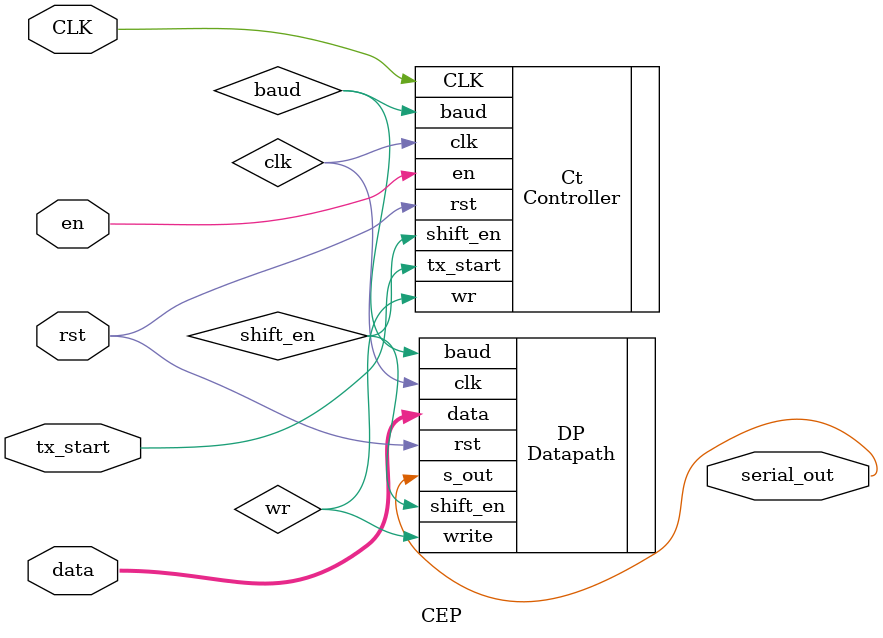
<source format=sv>
`timescale 1ns / 1ps


module CEP(output reg serial_out,
            input reg [7:0] data,
            input logic CLK,rst,en,tx_start
                );
              
wire wr,shift_en,baud,clk; // Controller outputs

Datapath DP(.data(data), .write(wr), .clk(clk), .rst(rst), .baud(baud), .shift_en(shift_en), .s_out(serial_out));
Controller Ct(.wr(wr), .shift_en(shift_en), .baud(baud), .clk(clk), .CLK(CLK), .rst(rst), .en(en), .tx_start(tx_start));

endmodule

</source>
